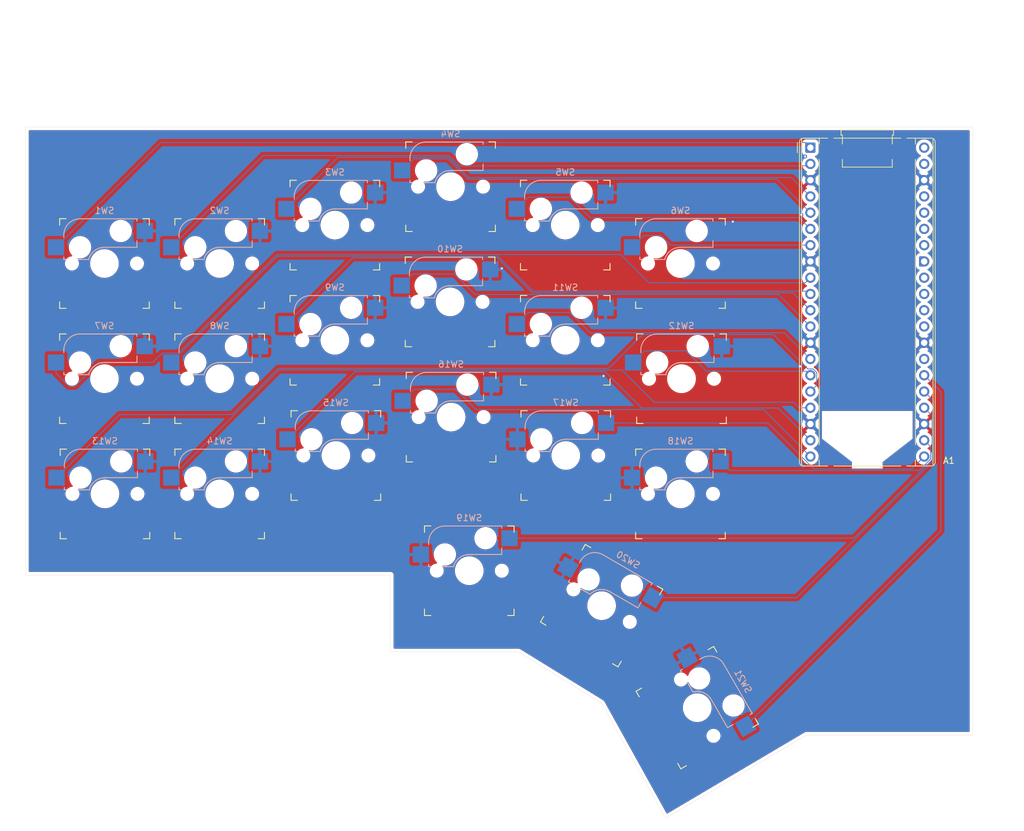
<source format=kicad_pcb>
(kicad_pcb (version 20241229) (generator "pcbnew") (generator_version "9.0")
  (layers (0 "F.Cu" signal "Front") (4 "In1.Cu" signal) (6 "In2.Cu" signal) (2 "B.Cu" signal "Back") (13 "F.Paste" user) (15 "B.Paste" user) (5 "F.SilkS" user) (7 "B.SilkS" user) (1 "F.Mask" user) (3 "B.Mask" user) (25 "Edge.Cuts" user))
  (net 0 "")
  (net 1 "+3V8")
  (net 2 "Net-(A1-GPIO10)")
  (net 3 "Net-(A1-GPIO3)")
  (net 4 "Net-(A1-GPIO16)")
  (net 5 "GND")
  (net 6 "Net-(A1-GPIO14)")
  (net 7 "Net-(A1-GPIO0)")
  (net 9 "Net-(A1-GPIO11)")
  (net 10 "Net-(A1-GPIO6)")
  (net 11 "Net-(A1-GPIO9)")
  (net 13 "Net-(A1-GPIO18)")
  (net 14 "Net-(A1-GPIO12)")
  (net 15 "Net-(A1-GPIO5)")
  (net 16 "Net-(A1-GPIO1)")
  (net 17 "Net-(A1-GPIO17)")
  (net 19 "Net-(A1-GPIO15)")
  (net 20 "Net-(A1-GPIO13)")
  (net 24 "Net-(A1-GPIO20)")
  (net 25 "Net-(A1-GPIO8)")
  (net 26 "Net-(A1-GPIO7)")
  (net 29 "Net-(A1-GPIO4)")
  (net 33 "Net-(A1-GPIO2)")
  (net 34 "Net-(A1-GPIO19)")
  (footprint "Kailh_socket_MX:Kailh_socket_MX_footprint" (layer "F.Cu") (at 164.000591 124.78 -30)
    (property "Reference" "SW20" (at 0 -8.255 150) (layer "B.SilkS") (effects (justify mirror)))
    (property "Value" "SW_Push")
    (pad "" np_thru_hole circle (at -5.08 0 330) (size 1.7018 1.7018) (drill 1.7018) (layers "*.Cu" "*.Mask"))
    (pad "" np_thru_hole circle (at -3.81 -2.54 330) (size 3 3) (drill 3) (layers "*.Cu" "*.Mask"))
    (pad "" np_thru_hole circle (at 0 0 330) (size 3.9878 3.9878) (drill 3.9878) (layers "*.Cu" "*.Mask"))
    (pad "" np_thru_hole circle (at 2.54 -5.08 330) (size 3 3) (drill 3) (layers "*.Cu" "*.Mask"))
    (pad "" np_thru_hole circle (at 5.08 0 330) (size 1.7018 1.7018) (drill 1.7018) (layers "*.Cu" "*.Mask"))
    (pad "1" smd rect (at 6.29 -5.08 330) (size 2.55 2.5) (layers "B.Cu" "B.Mask" "B.Paste") (net 34 "Net-(A1-GPIO19)"))
    (pad "2" smd rect (at -7.56 -2.54 330) (size 2.55 2.5) (layers "B.Cu" "B.Mask" "B.Paste") (net 5 "GND"))
  )
  (footprint "Kailh_socket_MX:Kailh_socket_MX_footprint" (layer "F.Cu") (at 178.94 140.719409 -60)
    (property "Reference" "SW21" (at 0 -8.255 120) (layer "B.SilkS") (effects (justify mirror)))
    (property "Value" "SW_Push")
    (pad "" np_thru_hole circle (at -5.08 0 300) (size 1.7018 1.7018) (drill 1.7018) (layers "*.Cu" "*.Mask"))
    (pad "" np_thru_hole circle (at -3.81 -2.540001 300) (size 3 3) (drill 3) (layers "*.Cu" "*.Mask"))
    (pad "" np_thru_hole circle (at 0 0 300) (size 3.9878 3.9878) (drill 3.9878) (layers "*.Cu" "*.Mask"))
    (pad "" np_thru_hole circle (at 2.54 -5.08 300) (size 3 3) (drill 3) (layers "*.Cu" "*.Mask"))
    (pad "" np_thru_hole circle (at 5.08 0 300) (size 1.7018 1.7018) (drill 1.7018) (layers "*.Cu" "*.Mask"))
    (pad "1" smd rect (at 6.29 -5.08 300) (size 2.55 2.5) (layers "B.Cu" "B.Mask" "B.Paste") (net 24 "Net-(A1-GPIO20)"))
    (pad "2" smd rect (at -7.56 -2.54 300) (size 2.55 2.5) (layers "B.Cu" "B.Mask" "B.Paste") (net 5 "GND"))
  )
  (footprint "Kailh_socket_MX:Kailh_socket_MX_footprint" (layer "F.Cu") (at 122.32 65.32)
    (property "Reference" "SW3" (at 0 -8.255 0) (layer "B.SilkS") (effects (justify mirror)))
    (property "Value" "SW_Push")
    (pad "" np_thru_hole circle (at -5.08 0) (size 1.7018 1.7018) (drill 1.7018) (layers "*.Cu" "*.Mask"))
    (pad "" np_thru_hole circle (at -3.81 -2.54) (size 3 3) (drill 3) (layers "*.Cu" "*.Mask"))
    (pad "" np_thru_hole circle (at 0 0) (size 3.9878 3.9878) (drill 3.9878) (layers "*.Cu" "*.Mask"))
    (pad "" np_thru_hole circle (at 2.54 -5.08) (size 3 3) (drill 3) (layers "*.Cu" "*.Mask"))
    (pad "" np_thru_hole circle (at 5.08 0) (size 1.7018 1.7018) (drill 1.7018) (layers "*.Cu" "*.Mask"))
    (pad "1" smd rect (at 6.29 -5.08) (size 2.55 2.5) (layers "B.Cu" "B.Mask" "B.Paste") (net 5 "GND"))
    (pad "2" smd rect (at -7.56 -2.54) (size 2.55 2.5) (layers "B.Cu" "B.Mask" "B.Paste") (net 33 "Net-(A1-GPIO2)"))
  )
  (footprint "Kailh_socket_MX:Kailh_socket_MX_footprint" (layer "F.Cu") (at 176.32 71.32)
    (property "Reference" "SW6" (at 0 -8.255 0) (layer "B.SilkS") (effects (justify mirror)))
    (property "Value" "SW_Push")
    (pad "" np_thru_hole circle (at -5.08 0) (size 1.7018 1.7018) (drill 1.7018) (layers "*.Cu" "*.Mask"))
    (pad "" np_thru_hole circle (at -3.81 -2.54) (size 3 3) (drill 3) (layers "*.Cu" "*.Mask"))
    (pad "" np_thru_hole circle (at 0 0) (size 3.9878 3.9878) (drill 3.9878) (layers "*.Cu" "*.Mask"))
    (pad "" np_thru_hole circle (at 2.54 -5.08) (size 3 3) (drill 3) (layers "*.Cu" "*.Mask"))
    (pad "" np_thru_hole circle (at 5.08 0) (size 1.7018 1.7018) (drill 1.7018) (layers "*.Cu" "*.Mask"))
    (pad "1" smd rect (at 6.29 -5.08) (size 2.55 2.5) (layers "B.Cu" "B.Mask" "B.Paste") (net 5 "GND"))
    (pad "2" smd rect (at -7.56 -2.54) (size 2.55 2.5) (layers "B.Cu" "B.Mask" "B.Paste") (net 15 "Net-(A1-GPIO5)"))
  )
  (footprint "Kailh_socket_MX:Kailh_socket_MX_footprint" (layer "F.Cu") (at 140.48 95.32)
    (property "Reference" "SW16" (at 0 -8.255 0) (layer "B.SilkS") (effects (justify mirror)))
    (property "Value" "SW_Push")
    (pad "" np_thru_hole circle (at -5.08 0) (size 1.7018 1.7018) (drill 1.7018) (layers "*.Cu" "*.Mask"))
    (pad "" np_thru_hole circle (at -3.81 -2.54) (size 3 3) (drill 3) (layers "*.Cu" "*.Mask"))
    (pad "" np_thru_hole circle (at 0 0) (size 3.9878 3.9878) (drill 3.9878) (layers "*.Cu" "*.Mask"))
    (pad "" np_thru_hole circle (at 2.54 -5.08) (size 3 3) (drill 3) (layers "*.Cu" "*.Mask"))
    (pad "" np_thru_hole circle (at 5.08 0) (size 1.7018 1.7018) (drill 1.7018) (layers "*.Cu" "*.Mask"))
    (pad "1" smd rect (at 6.29 -5.08) (size 2.55 2.5) (layers "B.Cu" "B.Mask" "B.Paste") (net 5 "GND"))
    (pad "2" smd rect (at -7.56 -2.54) (size 2.55 2.5) (layers "B.Cu" "B.Mask" "B.Paste") (net 19 "Net-(A1-GPIO15)"))
  )
  (footprint "Kailh_socket_MX:Kailh_socket_MX_footprint" (layer "F.Cu") (at 86.32 89.32)
    (property "Reference" "SW7" (at 0 -8.255 0) (layer "B.SilkS") (effects (justify mirror)))
    (property "Value" "SW_Push")
    (pad "" np_thru_hole circle (at -5.08 0) (size 1.7018 1.7018) (drill 1.7018) (layers "*.Cu" "*.Mask"))
    (pad "" np_thru_hole circle (at -3.81 -2.54) (size 3 3) (drill 3) (layers "*.Cu" "*.Mask"))
    (pad "" np_thru_hole circle (at 0 0) (size 3.9878 3.9878) (drill 3.9878) (layers "*.Cu" "*.Mask"))
    (pad "" np_thru_hole circle (at 2.54 -5.08) (size 3 3) (drill 3) (layers "*.Cu" "*.Mask"))
    (pad "" np_thru_hole circle (at 5.08 0) (size 1.7018 1.7018) (drill 1.7018) (layers "*.Cu" "*.Mask"))
    (pad "1" smd rect (at 6.29 -5.08) (size 2.55 2.5) (layers "B.Cu" "B.Mask" "B.Paste") (net 5 "GND"))
    (pad "2" smd rect (at -7.56 -2.54) (size 2.55 2.5) (layers "B.Cu" "B.Mask" "B.Paste") (net 10 "Net-(A1-GPIO6)"))
  )
  (footprint "Kailh_socket_MX:Kailh_socket_MX_footprint" (layer "F.Cu") (at 140.32 77.32)
    (property "Reference" "SW10" (at 0 -8.255 0) (layer "B.SilkS") (effects (justify mirror)))
    (property "Value" "SW_Push")
    (pad "" np_thru_hole circle (at -5.08 0) (size 1.7018 1.7018) (drill 1.7018) (layers "*.Cu" "*.Mask"))
    (pad "" np_thru_hole circle (at -3.81 -2.54) (size 3 3) (drill 3) (layers "*.Cu" "*.Mask"))
    (pad "" np_thru_hole circle (at 0 0) (size 3.9878 3.9878) (drill 3.9878) (layers "*.Cu" "*.Mask"))
    (pad "" np_thru_hole circle (at 2.54 -5.08) (size 3 3) (drill 3) (layers "*.Cu" "*.Mask"))
    (pad "" np_thru_hole circle (at 5.08 0) (size 1.7018 1.7018) (drill 1.7018) (layers "*.Cu" "*.Mask"))
    (pad "1" smd rect (at 6.29 -5.08) (size 2.55 2.5) (layers "B.Cu" "B.Mask" "B.Paste") (net 5 "GND"))
    (pad "2" smd rect (at -7.56 -2.54) (size 2.55 2.5) (layers "B.Cu" "B.Mask" "B.Paste") (net 11 "Net-(A1-GPIO9)"))
  )
  (footprint "Kailh_socket_MX:Kailh_socket_MX_footprint" (layer "F.Cu") (at 86.32 71.32)
    (property "Reference" "SW1" (at 0 -8.255 0) (layer "B.SilkS") (effects (justify mirror)))
    (property "Value" "SW_Push")
    (pad "" np_thru_hole circle (at -5.08 0) (size 1.7018 1.7018) (drill 1.7018) (layers "*.Cu" "*.Mask"))
    (pad "" np_thru_hole circle (at -3.81 -2.54) (size 3 3) (drill 3) (layers "*.Cu" "*.Mask"))
    (pad "" np_thru_hole circle (at 0 0) (size 3.9878 3.9878) (drill 3.9878) (layers "*.Cu" "*.Mask"))
    (pad "" np_thru_hole circle (at 2.54 -5.08) (size 3 3) (drill 3) (layers "*.Cu" "*.Mask"))
    (pad "" np_thru_hole circle (at 5.08 0) (size 1.7018 1.7018) (drill 1.7018) (layers "*.Cu" "*.Mask"))
    (pad "1" smd rect (at 6.29 -5.08) (size 2.55 2.5) (layers "B.Cu" "B.Mask" "B.Paste") (net 5 "GND"))
    (pad "2" smd rect (at -7.56 -2.54) (size 2.55 2.5) (layers "B.Cu" "B.Mask" "B.Paste") (net 7 "Net-(A1-GPIO0)"))
  )
  (footprint "Kailh_socket_MX:Kailh_socket_MX_footprint" (layer "F.Cu") (at 122.32 83.32)
    (property "Reference" "SW9" (at 0 -8.255 0) (layer "B.SilkS") (effects (justify mirror)))
    (property "Value" "SW_Push")
    (pad "" np_thru_hole circle (at -5.08 0) (size 1.7018 1.7018) (drill 1.7018) (layers "*.Cu" "*.Mask"))
    (pad "" np_thru_hole circle (at -3.81 -2.54) (size 3 3) (drill 3) (layers "*.Cu" "*.Mask"))
    (pad "" np_thru_hole circle (at 0 0) (size 3.9878 3.9878) (drill 3.9878) (layers "*.Cu" "*.Mask"))
    (pad "" np_thru_hole circle (at 2.54 -5.08) (size 3 3) (drill 3) (layers "*.Cu" "*.Mask"))
    (pad "" np_thru_hole circle (at 5.08 0) (size 1.7018 1.7018) (drill 1.7018) (layers "*.Cu" "*.Mask"))
    (pad "1" smd rect (at 6.29 -5.08) (size 2.55 2.5) (layers "B.Cu" "B.Mask" "B.Paste") (net 5 "GND"))
    (pad "2" smd rect (at -7.56 -2.54) (size 2.55 2.5) (layers "B.Cu" "B.Mask" "B.Paste") (net 25 "Net-(A1-GPIO8)"))
  )
  (footprint "Kailh_socket_MX:Kailh_socket_MX_footprint" (layer "F.Cu") (at 158.32 65.32)
    (property "Reference" "SW5" (at 0 -8.255 0) (layer "B.SilkS") (effects (justify mirror)))
    (property "Value" "SW_Push")
    (pad "" np_thru_hole circle (at -5.08 0) (size 1.7018 1.7018) (drill 1.7018) (layers "*.Cu" "*.Mask"))
    (pad "" np_thru_hole circle (at -3.81 -2.54) (size 3 3) (drill 3) (layers "*.Cu" "*.Mask"))
    (pad "" np_thru_hole circle (at 0 0) (size 3.9878 3.9878) (drill 3.9878) (layers "*.Cu" "*.Mask"))
    (pad "" np_thru_hole circle (at 2.54 -5.08) (size 3 3) (drill 3) (layers "*.Cu" "*.Mask"))
    (pad "" np_thru_hole circle (at 5.08 0) (size 1.7018 1.7018) (drill 1.7018) (layers "*.Cu" "*.Mask"))
    (pad "1" smd rect (at 6.29 -5.08) (size 2.55 2.5) (layers "B.Cu" "B.Mask" "B.Paste") (net 5 "GND"))
    (pad "2" smd rect (at -7.56 -2.54) (size 2.55 2.5) (layers "B.Cu" "B.Mask" "B.Paste") (net 29 "Net-(A1-GPIO4)"))
  )
  (footprint "Kailh_socket_MX:Kailh_socket_MX_footprint" (layer "F.Cu") (at 86.4 107.32)
    (property "Reference" "SW13" (at 0 -8.255 0) (layer "B.SilkS") (effects (justify mirror)))
    (property "Value" "SW_Push")
    (pad "" np_thru_hole circle (at -5.08 0) (size 1.7018 1.7018) (drill 1.7018) (layers "*.Cu" "*.Mask"))
    (pad "" np_thru_hole circle (at -3.81 -2.54) (size 3 3) (drill 3) (layers "*.Cu" "*.Mask"))
    (pad "" np_thru_hole circle (at 0 0) (size 3.9878 3.9878) (drill 3.9878) (layers "*.Cu" "*.Mask"))
    (pad "" np_thru_hole circle (at 2.54 -5.08) (size 3 3) (drill 3) (layers "*.Cu" "*.Mask"))
    (pad "" np_thru_hole circle (at 5.08 0) (size 1.7018 1.7018) (drill 1.7018) (layers "*.Cu" "*.Mask"))
    (pad "1" smd rect (at 6.29 -5.08) (size 2.55 2.5) (layers "B.Cu" "B.Mask" "B.Paste") (net 5 "GND"))
    (pad "2" smd rect (at -7.56 -2.54) (size 2.55 2.5) (layers "B.Cu" "B.Mask" "B.Paste") (net 14 "Net-(A1-GPIO12)"))
  )
  (footprint "Kailh_socket_MX:Kailh_socket_MX_footprint" (layer "F.Cu") (at 122.48 101.32)
    (property "Reference" "SW15" (at 0 -8.255 0) (layer "B.SilkS") (effects (justify mirror)))
    (property "Value" "SW_Push")
    (pad "" np_thru_hole circle (at -5.08 0) (size 1.7018 1.7018) (drill 1.7018) (layers "*.Cu" "*.Mask"))
    (pad "" np_thru_hole circle (at -3.81 -2.54) (size 3 3) (drill 3) (layers "*.Cu" "*.Mask"))
    (pad "" np_thru_hole circle (at 0 0) (size 3.9878 3.9878) (drill 3.9878) (layers "*.Cu" "*.Mask"))
    (pad "" np_thru_hole circle (at 2.54 -5.08) (size 3 3) (drill 3) (layers "*.Cu" "*.Mask"))
    (pad "" np_thru_hole circle (at 5.08 0) (size 1.7018 1.7018) (drill 1.7018) (layers "*.Cu" "*.Mask"))
    (pad "1" smd rect (at 6.29 -5.08) (size 2.55 2.5) (layers "B.Cu" "B.Mask" "B.Paste") (net 5 "GND"))
    (pad "2" smd rect (at -7.56 -2.54) (size 2.55 2.5) (layers "B.Cu" "B.Mask" "B.Paste") (net 6 "Net-(A1-GPIO14)"))
  )
  (footprint "Module:RaspberryPi_Pico_Common_THT" (layer "F.Cu") (at 196.62 53.22)
    (property "Reference" "A1" (at 20.6375 48.895 0) (layer "F.SilkS") (effects (justify left)))
    (property "Value" "RaspberryPi_Pico_W")
    (pad "1" thru_hole roundrect (at 0 0) (size 1.6 1.6) (drill 1) (layers "*.Cu" "*.Mask") (roundrect_rratio 0.125) (net 7 "Net-(A1-GPIO0)"))
    (pad "2" thru_hole circle (at 0 2.54) (size 1.6 1.6) (drill 1) (layers "*.Cu" "*.Mask") (net 16 "Net-(A1-GPIO1)"))
    (pad "3" thru_hole custom (at 0 5.08) (size 1.6 1.6) (drill 1) (layers "*.Cu" "*.Mask") (net 5 "GND") (options (clearance outline) (anchor circle)) (primitives (gr_poly (pts (xy 0.8 0.6) (xy 0.8 -0.6) (xy 0.6 -0.8) (xy 0 -0.8) (xy 0 0.8) (xy 0.6 0.8)) (width 0) (fill yes)) (gr_circle (center 0.6 0.6) (end 0.8 0.6) (width 0) (fill yes)) (gr_circle (center 0.6 -0.6) (end 0.8 -0.6) (width 0) (fill yes))))
    (pad "4" thru_hole circle (at 0 7.62) (size 1.6 1.6) (drill 1) (layers "*.Cu" "*.Mask") (net 33 "Net-(A1-GPIO2)"))
    (pad "5" thru_hole circle (at 0 10.16) (size 1.6 1.6) (drill 1) (layers "*.Cu" "*.Mask") (net 3 "Net-(A1-GPIO3)"))
    (pad "6" thru_hole circle (at 0 12.7) (size 1.6 1.6) (drill 1) (layers "*.Cu" "*.Mask") (net 29 "Net-(A1-GPIO4)"))
    (pad "7" thru_hole circle (at 0 15.24) (size 1.6 1.6) (drill 1) (layers "*.Cu" "*.Mask") (net 15 "Net-(A1-GPIO5)"))
    (pad "8" thru_hole custom (at 0 17.78) (size 1.6 1.6) (drill 1) (layers "*.Cu" "*.Mask") (net 5 "GND") (options (clearance outline) (anchor circle)) (primitives (gr_poly (pts (xy 0.8 0.6) (xy 0.8 -0.6) (xy 0.6 -0.8) (xy 0 -0.8) (xy 0 0.8) (xy 0.6 0.8)) (width 0) (fill yes)) (gr_circle (center 0.6 0.6) (end 0.8 0.6) (width 0) (fill yes)) (gr_circle (center 0.6 -0.6) (end 0.8 -0.6) (width 0) (fill yes))))
    (pad "9" thru_hole circle (at 0 20.32) (size 1.6 1.6) (drill 1) (layers "*.Cu" "*.Mask") (net 10 "Net-(A1-GPIO6)"))
    (pad "10" thru_hole circle (at 0 22.86) (size 1.6 1.6) (drill 1) (layers "*.Cu" "*.Mask") (net 26 "Net-(A1-GPIO7)"))
    (pad "11" thru_hole circle (at 0 25.4) (size 1.6 1.6) (drill 1) (layers "*.Cu" "*.Mask") (net 25 "Net-(A1-GPIO8)"))
    (pad "12" thru_hole circle (at 0 27.94) (size 1.6 1.6) (drill 1) (layers "*.Cu" "*.Mask") (net 11 "Net-(A1-GPIO9)"))
    (pad "13" thru_hole custom (at 0 30.48) (size 1.6 1.6) (drill 1) (layers "*.Cu" "*.Mask") (net 5 "GND") (options (clearance outline) (anchor circle)) (primitives (gr_poly (pts (xy 0.8 0.6) (xy 0.8 -0.6) (xy 0.6 -0.8) (xy 0 -0.8) (xy 0 0.8) (xy 0.6 0.8)) (width 0) (fill yes)) (gr_circle (center 0.6 0.6) (end 0.8 0.6) (width 0) (fill yes)) (gr_circle (center 0.6 -0.6) (end 0.8 -0.6) (width 0) (fill yes))))
    (pad "14" thru_hole circle (at 0 33.02) (size 1.6 1.6) (drill 1) (layers "*.Cu" "*.Mask") (net 2 "Net-(A1-GPIO10)"))
    (pad "15" thru_hole circle (at 0 35.56) (size 1.6 1.6) (drill 1) (layers "*.Cu" "*.Mask") (net 9 "Net-(A1-GPIO11)"))
    (pad "16" thru_hole circle (at 0 38.1) (size 1.6 1.6) (drill 1) (layers "*.Cu" "*.Mask") (net 14 "Net-(A1-GPIO12)"))
    (pad "17" thru_hole circle (at 0 40.64) (size 1.6 1.6) (drill 1) (layers "*.Cu" "*.Mask") (net 20 "Net-(A1-GPIO13)"))
    (pad "18" thru_hole custom (at 0 43.18) (size 1.6 1.6) (drill 1) (layers "*.Cu" "*.Mask") (net 5 "GND") (options (clearance outline) (anchor circle)) (primitives (gr_poly (pts (xy 0.8 0.6) (xy 0.8 -0.6) (xy 0.6 -0.8) (xy 0 -0.8) (xy 0 0.8) (xy 0.6 0.8)) (width 0) (fill yes)) (gr_circle (center 0.6 0.6) (end 0.8 0.6) (width 0) (fill yes)) (gr_circle (center 0.6 -0.6) (end 0.8 -0.6) (width 0) (fill yes))))
    (pad "19" thru_hole circle (at 0 45.72) (size 1.6 1.6) (drill 1) (layers "*.Cu" "*.Mask") (net 6 "Net-(A1-GPIO14)"))
    (pad "20" thru_hole circle (at 0 48.26) (size 1.6 1.6) (drill 1) (layers "*.Cu" "*.Mask") (net 19 "Net-(A1-GPIO15)"))
    (pad "21" thru_hole circle (at 17.78 48.26) (size 1.6 1.6) (drill 1) (layers "*.Cu" "*.Mask") (net 4 "Net-(A1-GPIO16)"))
    (pad "22" thru_hole circle (at 17.78 45.72) (size 1.6 1.6) (drill 1) (layers "*.Cu" "*.Mask") (net 17 "Net-(A1-GPIO17)"))
    (pad "23" thru_hole custom (at 17.78 43.18) (size 1.6 1.6) (drill 1) (layers "*.Cu" "*.Mask") (net 5 "GND") (options (clearance outline) (anchor circle)) (primitives (gr_poly (pts (xy -0.8 0.6) (xy -0.8 -0.6) (xy -0.6 -0.8) (xy 0 -0.8) (xy 0 0.8) (xy -0.6 0.8)) (width 0) (fill yes)) (gr_circle (center -0.6 0.6) (end -0.4 0.6) (width 0) (fill yes)) (gr_circle (center -0.6 -0.6) (end -0.4 -0.6) (width 0) (fill yes))))
    (pad "24" thru_hole circle (at 17.78 40.64) (size 1.6 1.6) (drill 1) (layers "*.Cu" "*.Mask") (net 13 "Net-(A1-GPIO18)"))
    (pad "25" thru_hole circle (at 17.78 38.1) (size 1.6 1.6) (drill 1) (layers "*.Cu" "*.Mask") (net 34 "Net-(A1-GPIO19)"))
    (pad "26" thru_hole circle (at 17.78 35.56) (size 1.6 1.6) (drill 1) (layers "*.Cu" "*.Mask") (net 24 "Net-(A1-GPIO20)"))
    (pad "27" thru_hole circle (at 17.78 33.02) (size 1.6 1.6) (drill 1) (layers "*.Cu" "*.Mask"))
    (pad "28" thru_hole custom (at 17.78 30.48) (size 1.6 1.6) (drill 1) (layers "*.Cu" "*.Mask") (net 5 "GND") (options (clearance outline) (anchor circle)) (primitives (gr_poly (pts (xy -0.8 0.6) (xy -0.8 -0.6) (xy -0.6 -0.8) (xy 0 -0.8) (xy 0 0.8) (xy -0.6 0.8)) (width 0) (fill yes)) (gr_circle (center -0.6 0.6) (end -0.4 0.6) (width 0) (fill yes)) (gr_circle (center -0.6 -0.6) (end -0.4 -0.6) (width 0) (fill yes))))
    (pad "29" thru_hole circle (at 17.78 27.94) (size 1.6 1.6) (drill 1) (layers "*.Cu" "*.Mask"))
    (pad "30" thru_hole circle (at 17.78 25.4) (size 1.6 1.6) (drill 1) (layers "*.Cu" "*.Mask"))
    (pad "31" thru_hole circle (at 17.78 22.86) (size 1.6 1.6) (drill 1) (layers "*.Cu" "*.Mask"))
    (pad "32" thru_hole circle (at 17.78 20.32) (size 1.6 1.6) (drill 1) (layers "*.Cu" "*.Mask"))
    (pad "33" thru_hole custom (at 17.78 17.78) (size 1.6 1.6) (drill 1) (layers "*.Cu" "*.Mask") (options (clearance outline) (anchor circle)) (primitives (gr_poly (pts (xy -0.8 0.6) (xy -0.8 -0.6) (xy -0.6 -0.8) (xy 0 -0.8) (xy 0 0.8) (xy -0.6 0.8)) (width 0) (fill yes)) (gr_circle (center -0.6 0.6) (end -0.4 0.6) (width 0) (fill yes)) (gr_circle (center -0.6 -0.6) (end -0.4 -0.6) (width 0) (fill yes))))
    (pad "34" thru_hole circle (at 17.78 15.24) (size 1.6 1.6) (drill 1) (layers "*.Cu" "*.Mask"))
    (pad "35" thru_hole circle (at 17.78 12.7) (size 1.6 1.6) (drill 1) (layers "*.Cu" "*.Mask"))
    (pad "36" thru_hole circle (at 17.78 10.16) (size 1.6 1.6) (drill 1) (layers "*.Cu" "*.Mask"))
    (pad "37" thru_hole circle (at 17.78 7.62) (size 1.6 1.6) (drill 1) (layers "*.Cu" "*.Mask"))
    (pad "38" thru_hole custom (at 17.78 5.08) (size 1.6 1.6) (drill 1) (layers "*.Cu" "*.Mask") (net 5 "GND") (options (clearance outline) (anchor circle)) (primitives (gr_poly (pts (xy -0.8 0.6) (xy -0.8 -0.6) (xy -0.6 -0.8) (xy 0 -0.8) (xy 0 0.8) (xy -0.6 0.8)) (width 0) (fill yes)) (gr_circle (center -0.6 0.6) (end -0.4 0.6) (width 0) (fill yes)) (gr_circle (center -0.6 -0.6) (end -0.4 -0.6) (width 0) (fill yes))))
    (pad "39" thru_hole circle (at 17.78 2.54) (size 1.6 1.6) (drill 1) (layers "*.Cu" "*.Mask") (net 1 "+3V8"))
    (pad "40" thru_hole circle (at 17.78 0) (size 1.6 1.6) (drill 1) (layers "*.Cu" "*.Mask"))
    (zone (net 0) (net_name "") (layers "F.Cu" "B.Cu" "F.Paste" "B.Paste") (name "Antenna Copper Keep Out") (connect_pads (clearance 0)) (min_thickness 0.254)
      (keepout (tracks not_allowed) (vias not_allowed) (pads not_allowed) (copperpour not_allowed) (footprints allowed))
      (fill (thermal_gap 0.508) (thermal_bridge_width 0.508))
      (polygon (pts (xy 203.11 102.339895) (xy 198.41 98.689895) (xy 198.41 94.35) (xy 212.61 94.35) (xy 212.61 98.689895) (xy 207.91 102.339895) (xy 207.91 103.35) (xy 203.11 103.35)))
    )
  )
  (footprint "Kailh_socket_MX:Kailh_socket_MX_footprint" (layer "F.Cu") (at 104.32 71.32)
    (property "Reference" "SW2" (at 0 -8.255 0) (layer "B.SilkS") (effects (justify mirror)))
    (property "Value" "SW_Push")
    (pad "" np_thru_hole circle (at -5.08 0) (size 1.7018 1.7018) (drill 1.7018) (layers "*.Cu" "*.Mask"))
    (pad "" np_thru_hole circle (at -3.81 -2.54) (size 3 3) (drill 3) (layers "*.Cu" "*.Mask"))
    (pad "" np_thru_hole circle (at 0 0) (size 3.9878 3.9878) (drill 3.9878) (layers "*.Cu" "*.Mask"))
    (pad "" np_thru_hole circle (at 2.54 -5.08) (size 3 3) (drill 3) (layers "*.Cu" "*.Mask"))
    (pad "" np_thru_hole circle (at 5.08 0) (size 1.7018 1.7018) (drill 1.7018) (layers "*.Cu" "*.Mask"))
    (pad "1" smd rect (at 6.29 -5.08) (size 2.55 2.5) (layers "B.Cu" "B.Mask" "B.Paste") (net 5 "GND"))
    (pad "2" smd rect (at -7.56 -2.54) (size 2.55 2.5) (layers "B.Cu" "B.Mask" "B.Paste") (net 16 "Net-(A1-GPIO1)"))
  )
  (footprint "Kailh_socket_MX:Kailh_socket_MX_footprint" (layer "F.Cu") (at 143.32 119.32)
    (property "Reference" "SW19" (at 0 -8.255 0) (layer "B.SilkS") (effects (justify mirror)))
    (property "Value" "SW_Push")
    (pad "" np_thru_hole circle (at -5.08 0) (size 1.7018 1.7018) (drill 1.7018) (layers "*.Cu" "*.Mask"))
    (pad "" np_thru_hole circle (at -3.81 -2.54) (size 3 3) (drill 3) (layers "*.Cu" "*.Mask"))
    (pad "" np_thru_hole circle (at 0 0) (size 3.9878 3.9878) (drill 3.9878) (layers "*.Cu" "*.Mask"))
    (pad "" np_thru_hole circle (at 2.54 -5.08) (size 3 3) (drill 3) (layers "*.Cu" "*.Mask"))
    (pad "" np_thru_hole circle (at 5.08 0) (size 1.7018 1.7018) (drill 1.7018) (layers "*.Cu" "*.Mask"))
    (pad "1" smd rect (at 6.29 -5.08) (size 2.55 2.5) (layers "B.Cu" "B.Mask" "B.Paste") (net 13 "Net-(A1-GPIO18)"))
    (pad "2" smd rect (at -7.56 -2.54) (size 2.55 2.5) (layers "B.Cu" "B.Mask" "B.Paste") (net 5 "GND"))
  )
  (footprint "Kailh_socket_MX:Kailh_socket_MX_footprint" (layer "F.Cu") (at 140.4 59.32)
    (property "Reference" "SW4" (at 0 -8.255 0) (layer "B.SilkS") (effects (justify mirror)))
    (property "Value" "SW_Push")
    (pad "" np_thru_hole circle (at -5.08 0) (size 1.7018 1.7018) (drill 1.7018) (layers "*.Cu" "*.Mask"))
    (pad "" np_thru_hole circle (at -3.81 -2.54) (size 3 3) (drill 3) (layers "*.Cu" "*.Mask"))
    (pad "" np_thru_hole circle (at 0 0) (size 3.9878 3.9878) (drill 3.9878) (layers "*.Cu" "*.Mask"))
    (pad "" np_thru_hole circle (at 2.54 -5.08) (size 3 3) (drill 3) (layers "*.Cu" "*.Mask"))
    (pad "" np_thru_hole circle (at 5.08 0) (size 1.7018 1.7018) (drill 1.7018) (layers "*.Cu" "*.Mask"))
    (pad "1" smd rect (at 6.29 -5.08) (size 2.55 2.5) (layers "B.Cu" "B.Mask" "B.Paste") (net 5 "GND"))
    (pad "2" smd rect (at -7.56 -2.54) (size 2.55 2.5) (layers "B.Cu" "B.Mask" "B.Paste") (net 3 "Net-(A1-GPIO3)"))
  )
  (footprint "Kailh_socket_MX:Kailh_socket_MX_footprint" (layer "F.Cu") (at 104.32 89.32)
    (property "Reference" "SW8" (at 0 -8.255 0) (layer "B.SilkS") (effects (justify mirror)))
    (property "Value" "SW_Push")
    (pad "" np_thru_hole circle (at -5.08 0) (size 1.7018 1.7018) (drill 1.7018) (layers "*.Cu" "*.Mask"))
    (pad "" np_thru_hole circle (at -3.81 -2.54) (size 3 3) (drill 3) (layers "*.Cu" "*.Mask"))
    (pad "" np_thru_hole circle (at 0 0) (size 3.9878 3.9878) (drill 3.9878) (layers "*.Cu" "*.Mask"))
    (pad "" np_thru_hole circle (at 2.54 -5.08) (size 3 3) (drill 3) (layers "*.Cu" "*.Mask"))
    (pad "" np_thru_hole circle (at 5.08 0) (size 1.7018 1.7018) (drill 1.7018) (layers "*.Cu" "*.Mask"))
    (pad "1" smd rect (at 6.29 -5.08) (size 2.55 2.5) (layers "B.Cu" "B.Mask" "B.Paste") (net 5 "GND"))
    (pad "2" smd rect (at -7.56 -2.54) (size 2.55 2.5) (layers "B.Cu" "B.Mask" "B.Paste") (net 26 "Net-(A1-GPIO7)"))
  )
  (footprint "Kailh_socket_MX:Kailh_socket_MX_footprint" (layer "F.Cu") (at 158.4 101.32)
    (property "Reference" "SW17" (at 0 -8.255 0) (layer "B.SilkS") (effects (justify mirror)))
    (property "Value" "SW_Push")
    (pad "" np_thru_hole circle (at -5.08 0) (size 1.7018 1.7018) (drill 1.7018) (layers "*.Cu" "*.Mask"))
    (pad "" np_thru_hole circle (at -3.81 -2.54) (size 3 3) (drill 3) (layers "*.Cu" "*.Mask"))
    (pad "" np_thru_hole circle (at 0 0) (size 3.9878 3.9878) (drill 3.9878) (layers "*.Cu" "*.Mask"))
    (pad "" np_thru_hole circle (at 2.54 -5.08) (size 3 3) (drill 3) (layers "*.Cu" "*.Mask"))
    (pad "" np_thru_hole circle (at 5.08 0) (size 1.7018 1.7018) (drill 1.7018) (layers "*.Cu" "*.Mask"))
    (pad "1" smd rect (at 6.29 -5.08) (size 2.55 2.5) (layers "B.Cu" "B.Mask" "B.Paste") (net 4 "Net-(A1-GPIO16)"))
    (pad "2" smd rect (at -7.56 -2.54) (size 2.55 2.5) (layers "B.Cu" "B.Mask" "B.Paste") (net 5 "GND"))
  )
  (footprint "Kailh_socket_MX:Kailh_socket_MX_footprint" (layer "F.Cu") (at 176.32 107.32)
    (property "Reference" "SW18" (at 0 -8.255 0) (layer "B.SilkS") (effects (justify mirror)))
    (property "Value" "SW_Push")
    (pad "" np_thru_hole circle (at -5.08 0) (size 1.7018 1.7018) (drill 1.7018) (layers "*.Cu" "*.Mask"))
    (pad "" np_thru_hole circle (at -3.81 -2.54) (size 3 3) (drill 3) (layers "*.Cu" "*.Mask"))
    (pad "" np_thru_hole circle (at 0 0) (size 3.9878 3.9878) (drill 3.9878) (layers "*.Cu" "*.Mask"))
    (pad "" np_thru_hole circle (at 2.54 -5.08) (size 3 3) (drill 3) (layers "*.Cu" "*.Mask"))
    (pad "" np_thru_hole circle (at 5.08 0) (size 1.7018 1.7018) (drill 1.7018) (layers "*.Cu" "*.Mask"))
    (pad "1" smd rect (at 6.29 -5.08) (size 2.55 2.5) (layers "B.Cu" "B.Mask" "B.Paste") (net 17 "Net-(A1-GPIO17)"))
    (pad "2" smd rect (at -7.56 -2.54) (size 2.55 2.5) (layers "B.Cu" "B.Mask" "B.Paste") (net 5 "GND"))
  )
  (footprint "Kailh_socket_MX:Kailh_socket_MX_footprint" (layer "F.Cu") (at 176.48 89.32)
    (property "Reference" "SW12" (at 0 -8.255 0) (layer "B.SilkS") (effects (justify mirror)))
    (property "Value" "SW_Push")
    (pad "" np_thru_hole circle (at -5.08 0) (size 1.7018 1.7018) (drill 1.7018) (layers "*.Cu" "*.Mask"))
    (pad "" np_thru_hole circle (at -3.81 -2.54) (size 3 3) (drill 3) (layers "*.Cu" "*.Mask"))
    (pad "" np_thru_hole circle (at 0 0) (size 3.9878 3.9878) (drill 3.9878) (layers "*.Cu" "*.Mask"))
    (pad "" np_thru_hole circle (at 2.54 -5.08) (size 3 3) (drill 3) (layers "*.Cu" "*.Mask"))
    (pad "" np_thru_hole circle (at 5.08 0) (size 1.7018 1.7018) (drill 1.7018) (layers "*.Cu" "*.Mask"))
    (pad "1" smd rect (at 6.29 -5.08) (size 2.55 2.5) (layers "B.Cu" "B.Mask" "B.Paste") (net 5 "GND"))
    (pad "2" smd rect (at -7.56 -2.54) (size 2.55 2.5) (layers "B.Cu" "B.Mask" "B.Paste") (net 9 "Net-(A1-GPIO11)"))
  )
  (footprint "Kailh_socket_MX:Kailh_socket_MX_footprint" (layer "F.Cu") (at 158.32 83.32)
    (property "Reference" "SW11" (at 0 -8.255 0) (layer "B.SilkS") (effects (justify mirror)))
    (property "Value" "SW_Push")
    (pad "" np_thru_hole circle (at -5.08 0) (size 1.7018 1.7018) (drill 1.7018) (layers "*.Cu" "*.Mask"))
    (pad "" np_thru_hole circle (at -3.81 -2.54) (size 3 3) (drill 3) (layers "*.Cu" "*.Mask"))
    (pad "" np_thru_hole circle (at 0 0) (size 3.9878 3.9878) (drill 3.9878) (layers "*.Cu" "*.Mask"))
    (pad "" np_thru_hole circle (at 2.54 -5.08) (size 3 3) (drill 3) (layers "*.Cu" "*.Mask"))
    (pad "" np_thru_hole circle (at 5.08 0) (size 1.7018 1.7018) (drill 1.7018) (layers "*.Cu" "*.Mask"))
    (pad "1" smd rect (at 6.29 -5.08) (size 2.55 2.5) (layers "B.Cu" "B.Mask" "B.Paste") (net 5 "GND"))
    (pad "2" smd rect (at -7.56 -2.54) (size 2.55 2.5) (layers "B.Cu" "B.Mask" "B.Paste") (net 2 "Net-(A1-GPIO10)"))
  )
  (footprint "Kailh_socket_MX:Kailh_socket_MX_footprint" (layer "F.Cu") (at 104.32 107.32)
    (property "Reference" "SW14" (at 0 -8.255 0) (layer "B.SilkS") (effects (justify mirror)))
    (property "Value" "SW_Push")
    (pad "" np_thru_hole circle (at -5.08 0) (size 1.7018 1.7018) (drill 1.7018) (layers "*.Cu" "*.Mask"))
    (pad "" np_thru_hole circle (at -3.81 -2.54) (size 3 3) (drill 3) (layers "*.Cu" "*.Mask"))
    (pad "" np_thru_hole circle (at 0 0) (size 3.9878 3.9878) (drill 3.9878) (layers "*.Cu" "*.Mask"))
    (pad "" np_thru_hole circle (at 2.54 -5.08) (size 3 3) (drill 3) (layers "*.Cu" "*.Mask"))
    (pad "" np_thru_hole circle (at 5.08 0) (size 1.7018 1.7018) (drill 1.7018) (layers "*.Cu" "*.Mask"))
    (pad "1" smd rect (at 6.29 -5.08) (size 2.55 2.5) (layers "B.Cu" "B.Mask" "B.Paste") (net 5 "GND"))
    (pad "2" smd rect (at -7.56 -2.54) (size 2.55 2.5) (layers "B.Cu" "B.Mask" "B.Paste") (net 20 "Net-(A1-GPIO13)"))
  )
  (gr_line (start 196 145) (end 222 145) (stroke (width 0.0381)) (layer "Edge.Cuts"))
  (gr_line (start 74 50) (end 74 120) (stroke (width 0.0381)) (layer "Edge.Cuts"))
  (gr_line (start 222 50) (end 74 50) (stroke (width 0.0381)) (layer "Edge.Cuts"))
  (gr_line (start 131 120) (end 131 132) (stroke (width 0.0381)) (layer "Edge.Cuts"))
  (gr_line (start 164 140) (end 174 158) (stroke (width 0.0381)) (layer "Edge.Cuts"))
  (gr_line (start 151 132) (end 164 140) (stroke (width 0.0381)) (layer "Edge.Cuts"))
  (gr_line (start 174 158) (end 196 145) (stroke (width 0.0381)) (layer "Edge.Cuts"))
  (gr_line (start 74 120) (end 131 120) (stroke (width 0.0381)) (layer "Edge.Cuts"))
  (gr_line (start 131 132) (end 151 132) (stroke (width 0.0381)) (layer "Edge.Cuts"))
  (gr_line (start 222 145) (end 222 50) (stroke (width 0.0381)) (layer "Edge.Cuts"))
  (segment (start 152.5745 78.9655) (end 159.019409 78.9655) (width 0.127) (layer "B.Cu") (net 2))
  (segment (start 159.019409 78.9655) (end 162.208509 82.1546) (width 0.127) (layer "B.Cu") (net 2))
  (segment (start 162.208509 82.1546) (end 192.5346 82.1546) (width 0.127) (layer "B.Cu") (net 2))
  (segment (start 150.76 80.78) (end 152.5745 78.9655) (width 0.127) (layer "B.Cu") (net 2))
  (segment (start 192.5346 82.1546) (end 196.62 86.24) (width 0.127) (layer "B.Cu") (net 2))
  (segment (start 132.84 56.78) (end 134.6545 54.9655) (width 0.127) (layer "B.Cu") (net 3))
  (segment (start 134.6545 54.9655) (end 139.9655 54.9655) (width 0.127) (layer "B.Cu") (net 3))
  (segment (start 191.3946 58.1546) (end 196.62 63.38) (width 0.127) (layer "B.Cu") (net 3))
  (segment (start 139.9655 54.9655) (end 143.1546 58.1546) (width 0.127) (layer "B.Cu") (net 3))
  (segment (start 143.1546 58.1546) (end 191.3946 58.1546) (width 0.127) (layer "B.Cu") (net 3))
  (segment (start 189.977807 96.24) (end 197.152307 103.4145) (width 0.127) (layer "B.Cu") (net 4))
  (segment (start 197.152307 103.4145) (end 212.4655 103.4145) (width 0.127) (layer "B.Cu") (net 4))
  (segment (start 212.4655 103.4145) (end 214.4 101.48) (width 0.127) (layer "B.Cu") (net 4))
  (segment (start 164.69 96.24) (end 189.977807 96.24) (width 0.127) (layer "B.Cu") (net 4))
  (via (at 184.5 64.8) (size 0.6) (drill 0.3) (layers "F.Cu" "B.Cu") (net 5))
  (via (at 195.8 54.6) (size 0.6) (drill 0.3) (layers "F.Cu" "B.Cu") (net 5))
  (via (at 195.2 63.7) (size 0.6) (drill 0.3) (layers "F.Cu" "B.Cu") (net 5))
  (via (at 164.3 88.9) (size 0.6) (drill 0.3) (layers "F.Cu" "B.Cu") (net 5))
  (via (at 148.4 72.1) (size 0.6) (drill 0.3) (layers "F.Cu" "B.Cu") (net 5))
  (via (at 195 87.4) (size 0.6) (drill 0.3) (layers "F.Cu" "B.Cu") (net 5))
  (segment (start 191.5796 93.8996) (end 196.62 98.94) (width 0.127) (layer "B.Cu") (net 6))
  (segment (start 164.5705 88.2215) (end 170.2486 93.8996) (width 0.127) (layer "B.Cu") (net 6))
  (segment (start 114.92 98.78) (end 125.4785 88.2215) (width 0.127) (layer "B.Cu") (net 6))
  (segment (start 125.4785 88.2215) (end 164.5705 88.2215) (width 0.127) (layer "B.Cu") (net 6))
  (segment (start 170.2486 93.8996) (end 191.5796 93.8996) (width 0.127) (layer "B.Cu") (net 6))
  (segment (start 78.76 68.78) (end 95.1145 52.4255) (width 0.127) (layer "B.Cu") (net 7))
  (segment (start 195.8255 52.4255) (end 196.62 53.22) (width 0.127) (layer "B.Cu") (net 7))
  (segment (start 95.1145 52.4255) (end 195.8255 52.4255) (width 0.127) (layer "B.Cu") (net 7))
  (segment (start 180.368509 88.1546) (end 195.9946 88.1546) (width 0.127) (layer "B.Cu") (net 9))
  (segment (start 170.7345 84.9655) (end 177.179409 84.9655) (width 0.127) (layer "B.Cu") (net 9))
  (segment (start 168.92 86.78) (end 170.7345 84.9655) (width 0.127) (layer "B.Cu") (net 9))
  (segment (start 195.9946 88.1546) (end 196.62 88.78) (width 0.127) (layer "B.Cu") (net 9))
  (segment (start 177.179409 84.9655) (end 180.368509 88.1546) (width 0.127) (layer "B.Cu") (net 9))
  (segment (start 78.76 86.78) (end 78.76 88.488124) (width 0.127) (layer "B.Cu") (net 10))
  (segment (start 195.820001 74.339999) (end 196.62 73.54) (width 0.127) (layer "B.Cu") (net 10))
  (segment (start 93.852 86.78) (end 95.2935 85.3385) (width 0.127) (layer "B.Cu") (net 10))
  (segment (start 81.722724 90.4854) (end 85.428124 86.78) (width 0.127) (layer "B.Cu") (net 10))
  (segment (start 78.76 88.488124) (end 80.757276 90.4854) (width 0.127) (layer "B.Cu") (net 10))
  (segment (start 85.428124 86.78) (end 93.852 86.78) (width 0.127) (layer "B.Cu") (net 10))
  (segment (start 113.263875 69.915501) (end 166.987501 69.915501) (width 0.127) (layer "B.Cu") (net 10))
  (segment (start 80.757276 90.4854) (end 81.722724 90.4854) (width 0.127) (layer "B.Cu") (net 10))
  (segment (start 171.411999 74.339999) (end 195.820001 74.339999) (width 0.127) (layer "B.Cu") (net 10))
  (segment (start 97.840876 85.3385) (end 113.263875 69.915501) (width 0.127) (layer "B.Cu") (net 10))
  (segment (start 95.2935 85.3385) (end 97.840876 85.3385) (width 0.127) (layer "B.Cu") (net 10))
  (segment (start 166.987501 69.915501) (end 171.411999 74.339999) (width 0.127) (layer "B.Cu") (net 10))
  (segment (start 191.6146 76.1546) (end 196.62 81.16) (width 0.127) (layer "B.Cu") (net 11))
  (segment (start 132.76 74.78) (end 134.5745 72.9655) (width 0.127) (layer "B.Cu") (net 11))
  (segment (start 141.019409 72.9655) (end 144.208509 76.1546) (width 0.127) (layer "B.Cu") (net 11))
  (segment (start 144.208509 76.1546) (end 191.6146 76.1546) (width 0.127) (layer "B.Cu") (net 11))
  (segment (start 134.5745 72.9655) (end 141.019409 72.9655) (width 0.127) (layer "B.Cu") (net 11))
  (segment (start 203.402817 114.24) (end 215.6465 101.996317) (width 0.127) (layer "B.Cu") (net 13))
  (segment (start 149.61 114.24) (end 203.402817 114.24) (width 0.127) (layer "B.Cu") (net 13))
  (segment (start 215.6465 95.1065) (end 214.4 93.86) (width 0.127) (layer "B.Cu") (net 13))
  (segment (start 215.6465 101.996317) (end 215.6465 95.1065) (width 0.127) (layer "B.Cu") (net 13))
  (segment (start 78.84 104.78) (end 88.6897 94.9303) (width 0.127) (layer "B.Cu") (net 14))
  (segment (start 165.080499 87.711501) (end 170.3665 82.4255) (width 0.127) (layer "B.Cu") (net 14))
  (segment (start 197.6115 90.3285) (end 196.62 91.32) (width 0.127) (layer "B.Cu") (net 14))
  (segment (start 106.249076 94.9303) (end 113.467875 87.711501) (width 0.127) (layer "B.Cu") (net 14))
  (segment (start 170.3665 82.4255) (end 190.846307 82.4255) (width 0.127) (layer "B.Cu") (net 14))
  (segment (start 113.467875 87.711501) (end 165.080499 87.711501) (width 0.127) (layer "B.Cu") (net 14))
  (segment (start 197.6115 88.369307) (end 197.6115 90.3285) (width 0.127) (layer "B.Cu") (net 14))
  (segment (start 190.846307 82.4255) (end 196.209307 87.7885) (width 0.127) (layer "B.Cu") (net 14))
  (segment (start 197.030693 87.7885) (end 197.6115 88.369307) (width 0.127) (layer "B.Cu") (net 14))
  (segment (start 88.6897 94.9303) (end 106.249076 94.9303) (width 0.127) (layer "B.Cu") (net 14))
  (segment (start 196.209307 87.7885) (end 197.030693 87.7885) (width 0.127) (layer "B.Cu") (net 14))
  (segment (start 170.5745 66.9655) (end 173.261591 66.9655) (width 0.127) (layer "B.Cu") (net 15))
  (segment (start 173.261591 66.9655) (end 174.756091 68.46) (width 0.127) (layer "B.Cu") (net 15))
  (segment (start 174.756091 68.46) (end 196.62 68.46) (width 0.127) (layer "B.Cu") (net 15))
  (segment (start 168.76 68.78) (end 170.5745 66.9655) (width 0.127) (layer "B.Cu") (net 15))
  (segment (start 141.775748 56.0545) (end 196.3255 56.0545) (width 0.127) (layer "B.Cu") (net 16))
  (segment (start 111.084498 54.455502) (end 140.17675 54.455502) (width 0.127) (layer "B.Cu") (net 16))
  (segment (start 96.76 68.78) (end 111.084498 54.455502) (width 0.127) (layer "B.Cu") (net 16))
  (segment (start 140.17675 54.455502) (end 141.775748 56.0545) (width 0.127) (layer "B.Cu") (net 16))
  (segment (start 196.3255 56.0545) (end 196.62 55.76) (width 0.127) (layer "B.Cu") (net 16))
  (segment (start 184.039499 103.669499) (end 213.612694 103.669499) (width 0.127) (layer "B.Cu") (net 17))
  (segment (start 213.612694 103.669499) (end 215.3915 101.890693) (width 0.127) (layer "B.Cu") (net 17))
  (segment (start 215.3915 101.890693) (end 215.3915 99.9315) (width 0.127) (layer "B.Cu") (net 17))
  (segment (start 215.3915 99.9315) (end 214.4 98.94) (width 0.127) (layer "B.Cu") (net 17))
  (segment (start 182.61 102.24) (end 184.039499 103.669499) (width 0.127) (layer "B.Cu") (net 17))
  (segment (start 141.179409 90.9655) (end 144.368509 94.1546) (width 0.127) (layer "B.Cu") (net 19))
  (segment (start 189.2946 94.1546) (end 196.62 101.48) (width 0.127) (layer "B.Cu") (net 19))
  (segment (start 144.368509 94.1546) (end 189.2946 94.1546) (width 0.127) (layer "B.Cu") (net 19))
  (segment (start 134.7345 90.9655) (end 141.179409 90.9655) (width 0.127) (layer "B.Cu") (net 19))
  (segment (start 132.92 92.78) (end 134.7345 90.9655) (width 0.127) (layer "B.Cu") (net 19))
  (segment (start 113.573499 87.966501) (end 167.198501 87.966501) (width 0.127) (layer "B.Cu") (net 20))
  (segment (start 172.232 93) (end 194 93) (width 0.127) (layer "B.Cu") (net 20))
  (segment (start 194.86 93.86) (end 196.62 93.86) (width 0.127) (layer "B.Cu") (net 20))
  (segment (start 194 93) (end 194.86 93.86) (width 0.127) (layer "B.Cu") (net 20))
  (segment (start 96.76 104.78) (end 113.573499 87.966501) (width 0.127) (layer "B.Cu") (net 20))
  (segment (start 167.198501 87.966501) (end 172.232 93) (width 0.127) (layer "B.Cu") (net 20))
  (segment (start 217 91.38) (end 214.4 88.78) (width 0.127) (layer "B.Cu") (net 24))
  (segment (start 186.484409 143.626709) (end 217 113.111118) (width 0.127) (layer "B.Cu") (net 24))
  (segment (start 217 113.111118) (end 217 91.38) (width 0.127) (layer "B.Cu") (net 24))
  (segment (start 193.8996 75.8996) (end 196.62 78.62) (width 0.127) (layer "B.Cu") (net 25))
  (segment (start 114.76 80.78) (end 125.1145 70.4255) (width 0.127) (layer "B.Cu") (net 25))
  (segment (start 147.7035 70.4255) (end 153.1776 75.8996) (width 0.127) (layer "B.Cu") (net 25))
  (segment (start 153.1776 75.8996) (end 193.8996 75.8996) (width 0.127) (layer "B.Cu") (net 25))
  (segment (start 125.1145 70.4255) (end 147.7035 70.4255) (width 0.127) (layer "B.Cu") (net 25))
  (segment (start 147.809125 70.170501) (end 153.283224 75.6446) (width 0.127) (layer "B.Cu") (net 26))
  (segment (start 113.369499 70.170501) (end 147.809125 70.170501) (width 0.127) (layer "B.Cu") (net 26))
  (segment (start 196.1846 75.6446) (end 196.62 76.08) (width 0.127) (layer "B.Cu") (net 26))
  (segment (start 153.283224 75.6446) (end 196.1846 75.6446) (width 0.127) (layer "B.Cu") (net 26))
  (segment (start 96.76 86.78) (end 113.369499 70.170501) (width 0.127) (layer "B.Cu") (net 26))
  (segment (start 194.8546 64.1546) (end 196.62 65.92) (width 0.127) (layer "B.Cu") (net 29))
  (segment (start 150.76 62.78) (end 152.5745 60.9655) (width 0.127) (layer "B.Cu") (net 29))
  (segment (start 152.5745 60.9655) (end 159.019409 60.9655) (width 0.127) (layer "B.Cu") (net 29))
  (segment (start 162.208509 64.1546) (end 194.8546 64.1546) (width 0.127) (layer "B.Cu") (net 29))
  (segment (start 159.019409 60.9655) (end 162.208509 64.1546) (width 0.127) (layer "B.Cu") (net 29))
  (segment (start 122.829499 54.710501) (end 140.071125 54.710501) (width 0.127) (layer "B.Cu") (net 33))
  (segment (start 114.76 62.78) (end 122.829499 54.710501) (width 0.127) (layer "B.Cu") (net 33))
  (segment (start 140.071125 54.710501) (end 143.260224 57.8996) (width 0.127) (layer "B.Cu") (net 33))
  (segment (start 193.6796 57.8996) (end 196.62 60.84) (width 0.127) (layer "B.Cu") (net 33))
  (segment (start 143.260224 57.8996) (end 193.6796 57.8996) (width 0.127) (layer "B.Cu") (net 33))
  (segment (start 215.9015 92.8215) (end 214.4 91.32) (width 0.127) (layer "B.Cu") (net 34))
  (segment (start 171.987891 123.525591) (end 194.47785 123.525591) (width 0.127) (layer "B.Cu") (net 34))
  (segment (start 194.47785 123.525591) (end 215.9015 102.101941) (width 0.127) (layer "B.Cu") (net 34))
  (segment (start 215.9015 102.101941) (end 215.9015 92.8215) (width 0.127) (layer "B.Cu") (net 34))
  (zone (net 5) (net_name "GND") (layers "F.Cu" "B.Cu") (connect_pads (clearance 0.5)) (min_thickness 0.25) (fill yes (thermal_gap 0.5) (thermal_bridge_width 0.5))
    (polygon (pts (xy 70 40) (xy 70 160) (xy 230 160) (xy 230 40)))
  )
)
</source>
